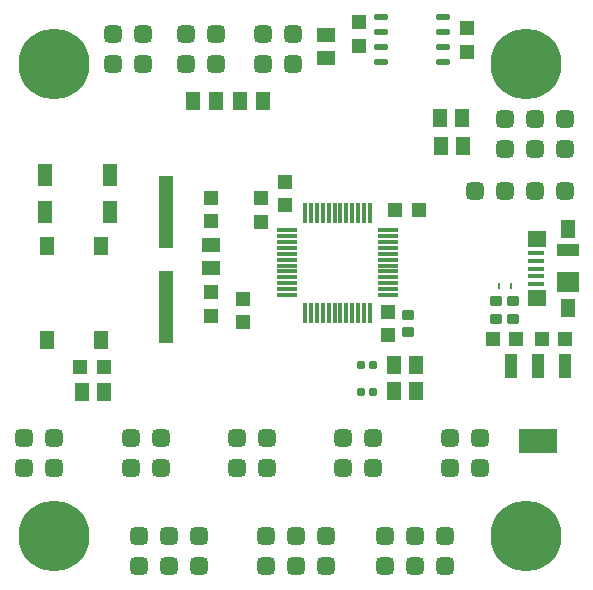
<source format=gbr>
%TF.GenerationSoftware,Altium Limited,Altium Designer,21.5.1 (32)*%
G04 Layer_Color=255*
%FSLAX45Y45*%
%MOMM*%
%TF.SameCoordinates,06A15EC1-A366-40CD-93CB-9F33A424241D*%
%TF.FilePolarity,Positive*%
%TF.FileFunction,Pads,Top*%
%TF.Part,Single*%
G01*
G75*
%TA.AperFunction,SMDPad,CuDef*%
%ADD10R,1.30000X1.55000*%
G04:AMPARAMS|DCode=11|XSize=0.6mm|YSize=0.7mm|CornerRadius=0.075mm|HoleSize=0mm|Usage=FLASHONLY|Rotation=0.000|XOffset=0mm|YOffset=0mm|HoleType=Round|Shape=RoundedRectangle|*
%AMROUNDEDRECTD11*
21,1,0.60000,0.55000,0,0,0.0*
21,1,0.45000,0.70000,0,0,0.0*
1,1,0.15000,0.22500,-0.27500*
1,1,0.15000,-0.22500,-0.27500*
1,1,0.15000,-0.22500,0.27500*
1,1,0.15000,0.22500,0.27500*
%
%ADD11ROUNDEDRECTD11*%
%ADD12R,1.30000X1.50000*%
%ADD13R,1.70000X0.30000*%
%ADD14R,1.27000X1.27000*%
%ADD15R,0.27247X0.47247*%
G04:AMPARAMS|DCode=16|XSize=3.25mm|YSize=2.05mm|CornerRadius=0.05125mm|HoleSize=0mm|Usage=FLASHONLY|Rotation=0.000|XOffset=0mm|YOffset=0mm|HoleType=Round|Shape=RoundedRectangle|*
%AMROUNDEDRECTD16*
21,1,3.25000,1.94750,0,0,0.0*
21,1,3.14750,2.05000,0,0,0.0*
1,1,0.10250,1.57375,-0.97375*
1,1,0.10250,-1.57375,-0.97375*
1,1,0.10250,-1.57375,0.97375*
1,1,0.10250,1.57375,0.97375*
%
%ADD16ROUNDEDRECTD16*%
G04:AMPARAMS|DCode=17|XSize=1mm|YSize=2.05mm|CornerRadius=0.05mm|HoleSize=0mm|Usage=FLASHONLY|Rotation=0.000|XOffset=0mm|YOffset=0mm|HoleType=Round|Shape=RoundedRectangle|*
%AMROUNDEDRECTD17*
21,1,1.00000,1.95000,0,0,0.0*
21,1,0.90000,2.05000,0,0,0.0*
1,1,0.10000,0.45000,-0.97500*
1,1,0.10000,-0.45000,-0.97500*
1,1,0.10000,-0.45000,0.97500*
1,1,0.10000,0.45000,0.97500*
%
%ADD17ROUNDEDRECTD17*%
%ADD18R,1.30000X1.90000*%
%ADD19R,0.30000X1.70000*%
%ADD20O,1.25000X0.55000*%
%ADD21R,1.20000X6.09600*%
%ADD22R,1.50000X1.30000*%
%ADD23R,1.27000X1.27000*%
%ADD24R,1.30000X1.65000*%
%ADD25R,1.90000X1.80000*%
%ADD26R,1.90000X1.00000*%
%ADD27R,1.55000X1.42500*%
%ADD28R,1.38000X0.45000*%
G04:AMPARAMS|DCode=29|XSize=0.8mm|YSize=1mm|CornerRadius=0.1mm|HoleSize=0mm|Usage=FLASHONLY|Rotation=90.000|XOffset=0mm|YOffset=0mm|HoleType=Round|Shape=RoundedRectangle|*
%AMROUNDEDRECTD29*
21,1,0.80000,0.80000,0,0,90.0*
21,1,0.60000,1.00000,0,0,90.0*
1,1,0.20000,0.40000,0.30000*
1,1,0.20000,0.40000,-0.30000*
1,1,0.20000,-0.40000,-0.30000*
1,1,0.20000,-0.40000,0.30000*
%
%ADD29ROUNDEDRECTD29*%
%TA.AperFunction,ComponentPad*%
G04:AMPARAMS|DCode=42|XSize=1.5mm|YSize=1.5mm|CornerRadius=0.375mm|HoleSize=0mm|Usage=FLASHONLY|Rotation=180.000|XOffset=0mm|YOffset=0mm|HoleType=Round|Shape=RoundedRectangle|*
%AMROUNDEDRECTD42*
21,1,1.50000,0.75000,0,0,180.0*
21,1,0.75000,1.50000,0,0,180.0*
1,1,0.75000,-0.37500,0.37500*
1,1,0.75000,0.37500,0.37500*
1,1,0.75000,0.37500,-0.37500*
1,1,0.75000,-0.37500,-0.37500*
%
%ADD42ROUNDEDRECTD42*%
G04:AMPARAMS|DCode=43|XSize=1.5mm|YSize=1.5mm|CornerRadius=0.375mm|HoleSize=0mm|Usage=FLASHONLY|Rotation=270.000|XOffset=0mm|YOffset=0mm|HoleType=Round|Shape=RoundedRectangle|*
%AMROUNDEDRECTD43*
21,1,1.50000,0.75000,0,0,270.0*
21,1,0.75000,1.50000,0,0,270.0*
1,1,0.75000,-0.37500,-0.37500*
1,1,0.75000,-0.37500,0.37500*
1,1,0.75000,0.37500,0.37500*
1,1,0.75000,0.37500,-0.37500*
%
%ADD43ROUNDEDRECTD43*%
%TA.AperFunction,ViaPad*%
%ADD44C,6.00000*%
D10*
X2993600Y4004300D02*
D03*
Y3209300D02*
D03*
X2543600Y4004300D02*
D03*
Y3209300D02*
D03*
D11*
X5300000Y3000000D02*
D03*
X5200000D02*
D03*
Y2770000D02*
D03*
X5300000D02*
D03*
D12*
X4368300Y5232400D02*
D03*
X4178300D02*
D03*
X3778508Y5232408D02*
D03*
X3968508D02*
D03*
X3022600Y2768600D02*
D03*
X6054992Y5089992D02*
D03*
X5864992D02*
D03*
X5475000Y2775000D02*
D03*
X5665000D02*
D03*
X5475000Y3000000D02*
D03*
X5665000D02*
D03*
X6064992Y4849992D02*
D03*
X5874992D02*
D03*
X2832600Y2768600D02*
D03*
D13*
X4576201Y3840000D02*
D03*
X5423801Y4140000D02*
D03*
Y4090000D02*
D03*
Y4040000D02*
D03*
Y3990000D02*
D03*
Y3940000D02*
D03*
Y3890000D02*
D03*
Y3840000D02*
D03*
Y3790000D02*
D03*
Y3740000D02*
D03*
Y3690000D02*
D03*
Y3640000D02*
D03*
Y3590000D02*
D03*
X4576201D02*
D03*
Y3640000D02*
D03*
Y3690000D02*
D03*
Y3740000D02*
D03*
Y3790000D02*
D03*
Y3890000D02*
D03*
Y3940000D02*
D03*
Y3990000D02*
D03*
Y4040000D02*
D03*
Y4090000D02*
D03*
Y4140000D02*
D03*
D14*
X3021008Y2984508D02*
D03*
X2821008D02*
D03*
X5690000Y4310000D02*
D03*
X5490000D02*
D03*
X6929992Y3214992D02*
D03*
X6729993D02*
D03*
X6514992D02*
D03*
X6314992D02*
D03*
D15*
X6365001Y3665000D02*
D03*
X6465001D02*
D03*
D16*
X6700000Y2357500D02*
D03*
D17*
X6470000Y2992500D02*
D03*
X6700000D02*
D03*
X6930000D02*
D03*
D18*
X3074080Y4290080D02*
D03*
X2524080D02*
D03*
Y4610080D02*
D03*
X3074080D02*
D03*
D19*
X4725001Y4288800D02*
D03*
X4775001D02*
D03*
X4825001D02*
D03*
X4875001D02*
D03*
X4925001D02*
D03*
X4975001D02*
D03*
X5025001D02*
D03*
X5075001D02*
D03*
X5125001D02*
D03*
X5175001D02*
D03*
X5225001D02*
D03*
X5275001D02*
D03*
Y3441200D02*
D03*
X5225001D02*
D03*
X5175001D02*
D03*
X5125001D02*
D03*
X5075001D02*
D03*
X5025001D02*
D03*
X4975001D02*
D03*
X4925001D02*
D03*
X4875001D02*
D03*
X4825001D02*
D03*
X4775001D02*
D03*
X4725001D02*
D03*
D20*
X5367500Y5940500D02*
D03*
Y5813500D02*
D03*
Y5686500D02*
D03*
Y5559500D02*
D03*
X5892500Y5940500D02*
D03*
Y5813500D02*
D03*
Y5686500D02*
D03*
Y5559500D02*
D03*
D21*
X3550002Y4290000D02*
D03*
Y3490000D02*
D03*
D22*
X3924994Y3820008D02*
D03*
Y4010008D02*
D03*
X4899984Y5600016D02*
D03*
Y5790016D02*
D03*
D23*
X3925002Y4415000D02*
D03*
Y4215000D02*
D03*
Y3415000D02*
D03*
Y3615000D02*
D03*
X4555001Y4550000D02*
D03*
Y4350000D02*
D03*
X4200000Y3559999D02*
D03*
Y3360000D02*
D03*
X5424992Y3250008D02*
D03*
Y3450008D02*
D03*
X4355001Y4410000D02*
D03*
Y4210000D02*
D03*
X5180000Y5700001D02*
D03*
Y5900000D02*
D03*
X6100000Y5650000D02*
D03*
Y5850000D02*
D03*
D24*
X6950001Y3477500D02*
D03*
Y4152500D02*
D03*
D25*
Y3700000D02*
D03*
D26*
Y3970000D02*
D03*
D27*
X6692501Y3566250D02*
D03*
Y4063750D02*
D03*
D28*
X6684001Y3685000D02*
D03*
Y3750000D02*
D03*
Y3815000D02*
D03*
Y3880000D02*
D03*
Y3945000D02*
D03*
D29*
X5600000Y3275000D02*
D03*
Y3425000D02*
D03*
X6340001Y3540000D02*
D03*
X6490000D02*
D03*
X6340001Y3390000D02*
D03*
X6490000D02*
D03*
D42*
X3096000Y5804000D02*
D03*
X3350000D02*
D03*
Y5550000D02*
D03*
X3096000D02*
D03*
X3721000Y5804000D02*
D03*
X3975000D02*
D03*
Y5550000D02*
D03*
X3721000D02*
D03*
X4371000Y5804000D02*
D03*
X4625000D02*
D03*
Y5550000D02*
D03*
X4371000D02*
D03*
X6675000Y5078999D02*
D03*
X6929000D02*
D03*
Y4824999D02*
D03*
X6675000D02*
D03*
X6421000Y5078999D02*
D03*
Y4824999D02*
D03*
X5654000Y1554000D02*
D03*
X5908000D02*
D03*
Y1300000D02*
D03*
X5654000D02*
D03*
X5400000Y1554000D02*
D03*
Y1300000D02*
D03*
X4650000Y1550000D02*
D03*
X4904000D02*
D03*
Y1296000D02*
D03*
X4650000D02*
D03*
X4396000Y1550000D02*
D03*
Y1296000D02*
D03*
X3575000Y1554000D02*
D03*
X3829000D02*
D03*
Y1300000D02*
D03*
X3575000D02*
D03*
X3321000Y1554000D02*
D03*
Y1300000D02*
D03*
D43*
X5949999Y2125000D02*
D03*
Y2379000D02*
D03*
X6203999D02*
D03*
Y2125000D02*
D03*
X3249999D02*
D03*
Y2379000D02*
D03*
X3503999D02*
D03*
Y2125000D02*
D03*
X2346000D02*
D03*
Y2379000D02*
D03*
X2600000D02*
D03*
Y2125000D02*
D03*
X5049999D02*
D03*
Y2379000D02*
D03*
X5303999D02*
D03*
Y2125000D02*
D03*
X4149999D02*
D03*
Y2379000D02*
D03*
X4403999D02*
D03*
Y2125000D02*
D03*
X6929000Y4475000D02*
D03*
X6675000D02*
D03*
X6421000D02*
D03*
X6167000D02*
D03*
D44*
X2600000Y1550000D02*
D03*
X6600000D02*
D03*
X2600000Y5550000D02*
D03*
X6600000D02*
D03*
%TF.MD5,486be9bb5e7e90de9ca5b7866e44b047*%
M02*

</source>
